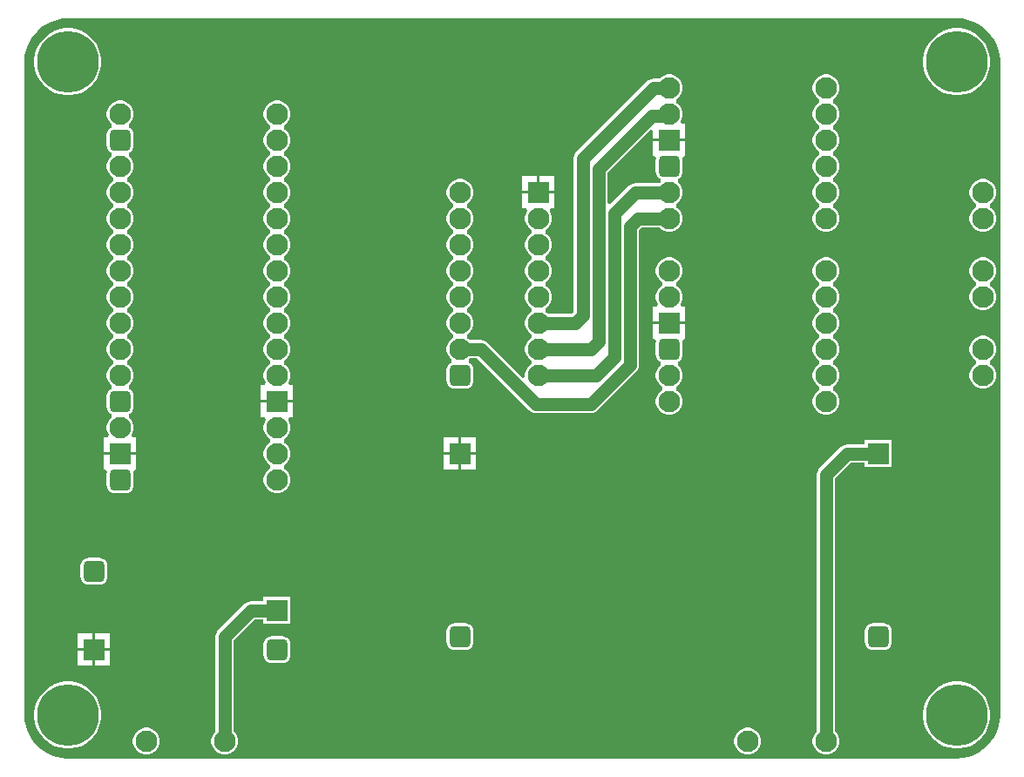
<source format=gbr>
G04*
G04 #@! TF.GenerationSoftware,Altium Limited,Altium Designer,25.3.3 (18)*
G04*
G04 Layer_Physical_Order=2*
G04 Layer_Color=16711680*
%FSLAX44Y44*%
%MOMM*%
G71*
G04*
G04 #@! TF.SameCoordinates,99CC6AD0-2A63-4927-AC08-F09ED2D19244*
G04*
G04*
G04 #@! TF.FilePolarity,Positive*
G04*
G01*
G75*
%ADD23C,1.2700*%
G04:AMPARAMS|DCode=24|XSize=2.1mm|YSize=2.1mm|CornerRadius=0.525mm|HoleSize=0mm|Usage=FLASHONLY|Rotation=180.000|XOffset=0mm|YOffset=0mm|HoleType=Round|Shape=RoundedRectangle|*
%AMROUNDEDRECTD24*
21,1,2.1000,1.0500,0,0,180.0*
21,1,1.0500,2.1000,0,0,180.0*
1,1,1.0500,-0.5250,0.5250*
1,1,1.0500,0.5250,0.5250*
1,1,1.0500,0.5250,-0.5250*
1,1,1.0500,-0.5250,-0.5250*
%
%ADD24ROUNDEDRECTD24*%
%ADD25R,2.1000X2.1000*%
%ADD26C,2.1000*%
%ADD27C,6.0000*%
%ADD28C,1.2700*%
G36*
X914400Y753386D02*
Y753386D01*
X916888Y753260D01*
X919911Y753062D01*
X925328Y751985D01*
X930558Y750209D01*
X935512Y747766D01*
X940104Y744698D01*
X944256Y741056D01*
X947898Y736904D01*
X950966Y732312D01*
X953409Y727358D01*
X955185Y722128D01*
X956262Y716711D01*
X956460Y713688D01*
X956586Y711200D01*
X956586Y708660D01*
X956586Y78740D01*
X956586Y76200D01*
X956460Y73712D01*
X956262Y70689D01*
X955185Y65272D01*
X953409Y60042D01*
X950966Y55088D01*
X947898Y50496D01*
X944256Y46344D01*
X940104Y42702D01*
X935512Y39634D01*
X930558Y37191D01*
X925328Y35415D01*
X919911Y34338D01*
X914588Y33989D01*
X914400Y34014D01*
X50800Y34014D01*
X50800Y34014D01*
Y34014D01*
X48312Y34140D01*
X45289Y34338D01*
X39872Y35415D01*
X34642Y37191D01*
X29688Y39633D01*
X25096Y42702D01*
X20944Y46343D01*
X17302Y50496D01*
X14233Y55088D01*
X11791Y60042D01*
X10015Y65272D01*
X8938Y70689D01*
X8740Y73712D01*
X8614Y76200D01*
X8614D01*
Y711200D01*
X8589Y711388D01*
X8938Y716711D01*
X10015Y722128D01*
X11791Y727358D01*
X14233Y732312D01*
X17302Y736904D01*
X20944Y741056D01*
X25096Y744698D01*
X29688Y747766D01*
X34642Y750209D01*
X39872Y751985D01*
X45289Y753062D01*
X48312Y753260D01*
X50800Y753386D01*
X53340Y753386D01*
X911860Y753386D01*
X914400Y753386D01*
D02*
G37*
%LPC*%
G36*
X916961Y743740D02*
X911839D01*
X906780Y742939D01*
X901909Y741356D01*
X897345Y739031D01*
X893202Y736020D01*
X889580Y732398D01*
X886569Y728255D01*
X884244Y723691D01*
X882661Y718820D01*
X881860Y713761D01*
Y708639D01*
X882661Y703580D01*
X884244Y698709D01*
X886569Y694145D01*
X889580Y690002D01*
X893202Y686380D01*
X897345Y683369D01*
X901909Y681044D01*
X906780Y679461D01*
X911839Y678660D01*
X916961D01*
X922020Y679461D01*
X926891Y681044D01*
X931455Y683369D01*
X935598Y686380D01*
X939220Y690002D01*
X942231Y694145D01*
X944556Y698709D01*
X946139Y703580D01*
X946940Y708639D01*
Y713761D01*
X946139Y718820D01*
X944556Y723691D01*
X942231Y728255D01*
X939220Y732398D01*
X935598Y736020D01*
X931455Y739031D01*
X926891Y741356D01*
X922020Y742939D01*
X916961Y743740D01*
D02*
G37*
G36*
X53361D02*
X48239D01*
X43180Y742939D01*
X38309Y741356D01*
X33745Y739031D01*
X29602Y736020D01*
X25980Y732398D01*
X22969Y728255D01*
X20644Y723691D01*
X19061Y718820D01*
X18260Y713761D01*
Y708639D01*
X19061Y703580D01*
X20644Y698709D01*
X22969Y694145D01*
X25980Y690002D01*
X29602Y686380D01*
X33745Y683369D01*
X38309Y681044D01*
X43180Y679461D01*
X48239Y678660D01*
X53361D01*
X58420Y679461D01*
X63291Y681044D01*
X67855Y683369D01*
X71998Y686380D01*
X75620Y690002D01*
X78631Y694145D01*
X80956Y698709D01*
X82539Y703580D01*
X83340Y708639D01*
Y713761D01*
X82539Y718820D01*
X80956Y723691D01*
X78631Y728255D01*
X75620Y732398D01*
X71998Y736020D01*
X67855Y739031D01*
X63291Y741356D01*
X58420Y742939D01*
X53361Y743740D01*
D02*
G37*
G36*
X636717Y698840D02*
X633283D01*
X629967Y697951D01*
X626993Y696235D01*
X625525Y694767D01*
X619580D01*
X617259Y694461D01*
X615096Y693565D01*
X613239Y692140D01*
X544840Y623741D01*
X543415Y621884D01*
X542519Y619721D01*
X542213Y617401D01*
Y468354D01*
X540026Y466167D01*
X517475D01*
X516007Y467635D01*
X514623Y468433D01*
Y471367D01*
X516007Y472165D01*
X518435Y474593D01*
X520151Y477567D01*
X521040Y480883D01*
Y484317D01*
X520151Y487633D01*
X518435Y490607D01*
X516007Y493035D01*
X514623Y493834D01*
Y496767D01*
X516007Y497565D01*
X518435Y499993D01*
X520151Y502967D01*
X521040Y506283D01*
Y509717D01*
X520151Y513033D01*
X518435Y516007D01*
X516007Y518435D01*
X514623Y519234D01*
Y522166D01*
X516007Y522965D01*
X518435Y525393D01*
X520151Y528367D01*
X521040Y531683D01*
Y535117D01*
X520151Y538433D01*
X518435Y541407D01*
X516007Y543835D01*
X514623Y544633D01*
Y547566D01*
X516007Y548365D01*
X518435Y550793D01*
X520151Y553767D01*
X521040Y557083D01*
Y560517D01*
X520151Y563833D01*
X518854Y566080D01*
X519926Y568620D01*
X523580D01*
Y582930D01*
X508000D01*
X492420D01*
Y568620D01*
X496074D01*
X497146Y566080D01*
X495849Y563833D01*
X494960Y560517D01*
Y557083D01*
X495849Y553767D01*
X497565Y550793D01*
X499993Y548365D01*
X501377Y547566D01*
Y544633D01*
X499993Y543835D01*
X497565Y541407D01*
X495849Y538433D01*
X494960Y535117D01*
Y531683D01*
X495849Y528367D01*
X497565Y525393D01*
X499993Y522965D01*
X501377Y522166D01*
Y519234D01*
X499993Y518435D01*
X497565Y516007D01*
X495849Y513033D01*
X494960Y509717D01*
Y506283D01*
X495849Y502967D01*
X497565Y499993D01*
X499993Y497565D01*
X501377Y496767D01*
Y493834D01*
X499993Y493035D01*
X497565Y490607D01*
X495849Y487633D01*
X494960Y484317D01*
Y480883D01*
X495849Y477567D01*
X497565Y474593D01*
X499993Y472165D01*
X501377Y471367D01*
Y468433D01*
X499993Y467635D01*
X497565Y465207D01*
X495849Y462233D01*
X494960Y458917D01*
Y455483D01*
X495849Y452167D01*
X497565Y449193D01*
X499993Y446765D01*
X501377Y445966D01*
Y443033D01*
X499993Y442235D01*
X497565Y439807D01*
X495849Y436833D01*
X494960Y433517D01*
Y430083D01*
X495849Y426767D01*
X497565Y423793D01*
X499993Y421365D01*
X501377Y420566D01*
Y417634D01*
X499993Y416835D01*
X497565Y414407D01*
X495849Y411433D01*
X494960Y408117D01*
Y405233D01*
X493586Y404348D01*
X492514Y404086D01*
X458460Y438140D01*
X456603Y439565D01*
X454441Y440461D01*
X452120Y440767D01*
X441275D01*
X439807Y442235D01*
X438423Y443033D01*
Y445966D01*
X439807Y446765D01*
X442235Y449193D01*
X443951Y452167D01*
X444840Y455483D01*
Y458917D01*
X443951Y462233D01*
X442235Y465207D01*
X439807Y467635D01*
X438423Y468433D01*
Y471367D01*
X439807Y472165D01*
X442235Y474593D01*
X443951Y477567D01*
X444840Y480883D01*
Y484317D01*
X443951Y487633D01*
X442235Y490607D01*
X439807Y493035D01*
X438423Y493834D01*
Y496767D01*
X439807Y497565D01*
X442235Y499993D01*
X443951Y502967D01*
X444840Y506283D01*
Y509717D01*
X443951Y513033D01*
X442235Y516007D01*
X439807Y518435D01*
X438423Y519234D01*
Y522166D01*
X439807Y522965D01*
X442235Y525393D01*
X443951Y528367D01*
X444840Y531683D01*
Y535117D01*
X443951Y538433D01*
X442235Y541407D01*
X439807Y543835D01*
X438423Y544633D01*
Y547566D01*
X439807Y548365D01*
X442235Y550793D01*
X443951Y553767D01*
X444840Y557083D01*
Y560517D01*
X443951Y563833D01*
X442235Y566807D01*
X439807Y569235D01*
X438423Y570033D01*
Y572966D01*
X439807Y573765D01*
X442235Y576193D01*
X443951Y579167D01*
X444840Y582483D01*
Y585917D01*
X443951Y589233D01*
X442235Y592207D01*
X439807Y594635D01*
X436833Y596351D01*
X433517Y597240D01*
X430083D01*
X426767Y596351D01*
X423793Y594635D01*
X421365Y592207D01*
X419649Y589233D01*
X418760Y585917D01*
Y582483D01*
X419649Y579167D01*
X421365Y576193D01*
X423793Y573765D01*
X425177Y572966D01*
Y570033D01*
X423793Y569235D01*
X421365Y566807D01*
X419649Y563833D01*
X418760Y560517D01*
Y557083D01*
X419649Y553767D01*
X421365Y550793D01*
X423793Y548365D01*
X425177Y547566D01*
Y544633D01*
X423793Y543835D01*
X421365Y541407D01*
X419649Y538433D01*
X418760Y535117D01*
Y531683D01*
X419649Y528367D01*
X421365Y525393D01*
X423793Y522965D01*
X425177Y522166D01*
Y519234D01*
X423793Y518435D01*
X421365Y516007D01*
X419649Y513033D01*
X418760Y509717D01*
Y506283D01*
X419649Y502967D01*
X421365Y499993D01*
X423793Y497565D01*
X425177Y496767D01*
Y493834D01*
X423793Y493035D01*
X421365Y490607D01*
X419649Y487633D01*
X418760Y484317D01*
Y480883D01*
X419649Y477567D01*
X421365Y474593D01*
X423793Y472165D01*
X425177Y471367D01*
Y468433D01*
X423793Y467635D01*
X421365Y465207D01*
X419649Y462233D01*
X418760Y458917D01*
Y455483D01*
X419649Y452167D01*
X421365Y449193D01*
X423793Y446765D01*
X425177Y445966D01*
Y443033D01*
X423793Y442235D01*
X421365Y439807D01*
X419649Y436833D01*
X418760Y433517D01*
Y430083D01*
X419649Y426767D01*
X421365Y423793D01*
X423573Y421586D01*
X423608Y420412D01*
X423281Y418728D01*
X422621Y418455D01*
X420994Y417206D01*
X419745Y415579D01*
X418960Y413684D01*
X418693Y411650D01*
Y401150D01*
X418960Y399116D01*
X419745Y397221D01*
X420994Y395594D01*
X422621Y394346D01*
X424516Y393560D01*
X426550Y393293D01*
X437050D01*
X439084Y393560D01*
X440979Y394346D01*
X442606Y395594D01*
X443854Y397221D01*
X444640Y399116D01*
X444907Y401150D01*
Y411650D01*
X444640Y413684D01*
X443854Y415579D01*
X442606Y417206D01*
X440979Y418455D01*
X440319Y418728D01*
X439992Y420412D01*
X440028Y421586D01*
X441275Y422833D01*
X448406D01*
X499119Y372120D01*
X499120Y372120D01*
X500977Y370695D01*
X503139Y369799D01*
X505460Y369493D01*
X558800D01*
X561121Y369799D01*
X563283Y370695D01*
X565140Y372120D01*
X603240Y410220D01*
X604665Y412077D01*
X605561Y414239D01*
X605867Y416560D01*
Y547646D01*
X608054Y549833D01*
X625525D01*
X626993Y548365D01*
X629967Y546649D01*
X633283Y545760D01*
X636717D01*
X640033Y546649D01*
X643007Y548365D01*
X645435Y550793D01*
X647151Y553767D01*
X648040Y557083D01*
Y560517D01*
X647151Y563833D01*
X645435Y566807D01*
X643007Y569235D01*
X641623Y570033D01*
Y572966D01*
X643007Y573765D01*
X645435Y576193D01*
X647151Y579167D01*
X648040Y582483D01*
Y585917D01*
X647151Y589233D01*
X645435Y592207D01*
X643227Y594414D01*
X643192Y595588D01*
X643519Y597272D01*
X644179Y597546D01*
X645806Y598794D01*
X647055Y600421D01*
X647840Y602316D01*
X648107Y604350D01*
Y614850D01*
X647840Y616884D01*
X649538Y619420D01*
X650580D01*
Y633730D01*
X619420D01*
Y619420D01*
X620462D01*
X622160Y616884D01*
X621893Y614850D01*
Y604350D01*
X622160Y602316D01*
X622946Y600421D01*
X624194Y598794D01*
X625821Y597546D01*
X626481Y597272D01*
X626808Y595588D01*
X626772Y594414D01*
X625525Y593167D01*
X601980D01*
X599659Y592861D01*
X597497Y591965D01*
X595640Y590540D01*
X577733Y572634D01*
X575387Y573606D01*
Y603346D01*
X617073Y645033D01*
X619420Y644061D01*
Y636270D01*
X650580D01*
Y650580D01*
X646926D01*
X645854Y653120D01*
X647151Y655367D01*
X648040Y658683D01*
Y662117D01*
X647151Y665433D01*
X645435Y668407D01*
X643007Y670835D01*
X641623Y671634D01*
Y674566D01*
X643007Y675365D01*
X645435Y677793D01*
X647151Y680767D01*
X648040Y684083D01*
Y687517D01*
X647151Y690833D01*
X645435Y693807D01*
X643007Y696235D01*
X640033Y697951D01*
X636717Y698840D01*
D02*
G37*
G36*
X523580Y599780D02*
X509270D01*
Y585470D01*
X523580D01*
Y599780D01*
D02*
G37*
G36*
X506730D02*
X492420D01*
Y585470D01*
X506730D01*
Y599780D01*
D02*
G37*
G36*
X941517Y597240D02*
X938083D01*
X934767Y596351D01*
X931793Y594635D01*
X929365Y592207D01*
X927649Y589233D01*
X926760Y585917D01*
Y582483D01*
X927649Y579167D01*
X929365Y576193D01*
X931793Y573765D01*
X933177Y572966D01*
Y570033D01*
X931793Y569235D01*
X929365Y566807D01*
X927649Y563833D01*
X926760Y560517D01*
Y557083D01*
X927649Y553767D01*
X929365Y550793D01*
X931793Y548365D01*
X934767Y546649D01*
X938083Y545760D01*
X941517D01*
X944833Y546649D01*
X947807Y548365D01*
X950235Y550793D01*
X951951Y553767D01*
X952840Y557083D01*
Y560517D01*
X951951Y563833D01*
X950235Y566807D01*
X947807Y569235D01*
X946423Y570033D01*
Y572966D01*
X947807Y573765D01*
X950235Y576193D01*
X951951Y579167D01*
X952840Y582483D01*
Y585917D01*
X951951Y589233D01*
X950235Y592207D01*
X947807Y594635D01*
X944833Y596351D01*
X941517Y597240D01*
D02*
G37*
G36*
X789117Y698840D02*
X785683D01*
X782367Y697951D01*
X779393Y696235D01*
X776965Y693807D01*
X775249Y690833D01*
X774360Y687517D01*
Y684083D01*
X775249Y680767D01*
X776965Y677793D01*
X779393Y675365D01*
X780777Y674566D01*
Y671634D01*
X779393Y670835D01*
X776965Y668407D01*
X775249Y665433D01*
X774360Y662117D01*
Y658683D01*
X775249Y655367D01*
X776965Y652393D01*
X779393Y649965D01*
X780777Y649166D01*
Y646234D01*
X779393Y645435D01*
X776965Y643007D01*
X775249Y640033D01*
X774360Y636717D01*
Y633283D01*
X775249Y629967D01*
X776965Y626993D01*
X779393Y624565D01*
X780777Y623767D01*
Y620834D01*
X779393Y620035D01*
X776965Y617607D01*
X775249Y614633D01*
X774360Y611317D01*
Y607883D01*
X775249Y604567D01*
X776965Y601593D01*
X779393Y599165D01*
X780777Y598367D01*
Y595434D01*
X779393Y594635D01*
X776965Y592207D01*
X775249Y589233D01*
X774360Y585917D01*
Y582483D01*
X775249Y579167D01*
X776965Y576193D01*
X779393Y573765D01*
X780777Y572966D01*
Y570033D01*
X779393Y569235D01*
X776965Y566807D01*
X775249Y563833D01*
X774360Y560517D01*
Y557083D01*
X775249Y553767D01*
X776965Y550793D01*
X779393Y548365D01*
X782367Y546649D01*
X785683Y545760D01*
X789117D01*
X792433Y546649D01*
X795407Y548365D01*
X797835Y550793D01*
X799551Y553767D01*
X800440Y557083D01*
Y560517D01*
X799551Y563833D01*
X797835Y566807D01*
X795407Y569235D01*
X794023Y570033D01*
Y572966D01*
X795407Y573765D01*
X797835Y576193D01*
X799551Y579167D01*
X800440Y582483D01*
Y585917D01*
X799551Y589233D01*
X797835Y592207D01*
X795407Y594635D01*
X794023Y595434D01*
Y598367D01*
X795407Y599165D01*
X797835Y601593D01*
X799551Y604567D01*
X800440Y607883D01*
Y611317D01*
X799551Y614633D01*
X797835Y617607D01*
X795407Y620035D01*
X794023Y620834D01*
Y623767D01*
X795407Y624565D01*
X797835Y626993D01*
X799551Y629967D01*
X800440Y633283D01*
Y636717D01*
X799551Y640033D01*
X797835Y643007D01*
X795407Y645435D01*
X794023Y646234D01*
Y649166D01*
X795407Y649965D01*
X797835Y652393D01*
X799551Y655367D01*
X800440Y658683D01*
Y662117D01*
X799551Y665433D01*
X797835Y668407D01*
X795407Y670835D01*
X794023Y671634D01*
Y674566D01*
X795407Y675365D01*
X797835Y677793D01*
X799551Y680767D01*
X800440Y684083D01*
Y687517D01*
X799551Y690833D01*
X797835Y693807D01*
X795407Y696235D01*
X792433Y697951D01*
X789117Y698840D01*
D02*
G37*
G36*
X941517Y521040D02*
X938083D01*
X934767Y520151D01*
X931793Y518435D01*
X929365Y516007D01*
X927649Y513033D01*
X926760Y509717D01*
Y506283D01*
X927649Y502967D01*
X929365Y499993D01*
X931793Y497565D01*
X933177Y496767D01*
Y493834D01*
X931793Y493035D01*
X929365Y490607D01*
X927649Y487633D01*
X926760Y484317D01*
Y480883D01*
X927649Y477567D01*
X929365Y474593D01*
X931793Y472165D01*
X934767Y470449D01*
X938083Y469560D01*
X941517D01*
X944833Y470449D01*
X947807Y472165D01*
X950235Y474593D01*
X951951Y477567D01*
X952840Y480883D01*
Y484317D01*
X951951Y487633D01*
X950235Y490607D01*
X947807Y493035D01*
X946423Y493834D01*
Y496767D01*
X947807Y497565D01*
X950235Y499993D01*
X951951Y502967D01*
X952840Y506283D01*
Y509717D01*
X951951Y513033D01*
X950235Y516007D01*
X947807Y518435D01*
X944833Y520151D01*
X941517Y521040D01*
D02*
G37*
G36*
X636717D02*
X633283D01*
X629967Y520151D01*
X626993Y518435D01*
X624565Y516007D01*
X622849Y513033D01*
X621960Y509717D01*
Y506283D01*
X622849Y502967D01*
X624565Y499993D01*
X626993Y497565D01*
X628377Y496767D01*
Y493834D01*
X626993Y493035D01*
X624565Y490607D01*
X622849Y487633D01*
X621960Y484317D01*
Y480883D01*
X622849Y477567D01*
X624146Y475320D01*
X623074Y472780D01*
X619420D01*
Y458470D01*
X650580D01*
Y472780D01*
X646926D01*
X645854Y475320D01*
X647151Y477567D01*
X648040Y480883D01*
Y484317D01*
X647151Y487633D01*
X645435Y490607D01*
X643007Y493035D01*
X641623Y493834D01*
Y496767D01*
X643007Y497565D01*
X645435Y499993D01*
X647151Y502967D01*
X648040Y506283D01*
Y509717D01*
X647151Y513033D01*
X645435Y516007D01*
X643007Y518435D01*
X640033Y520151D01*
X636717Y521040D01*
D02*
G37*
G36*
X941517Y444840D02*
X938083D01*
X934767Y443951D01*
X931793Y442235D01*
X929365Y439807D01*
X927649Y436833D01*
X926760Y433517D01*
Y430083D01*
X927649Y426767D01*
X929365Y423793D01*
X931793Y421365D01*
X933177Y420566D01*
Y417634D01*
X931793Y416835D01*
X929365Y414407D01*
X927649Y411433D01*
X926760Y408117D01*
Y404683D01*
X927649Y401367D01*
X929365Y398393D01*
X931793Y395965D01*
X934767Y394249D01*
X938083Y393360D01*
X941517D01*
X944833Y394249D01*
X947807Y395965D01*
X950235Y398393D01*
X951951Y401367D01*
X952840Y404683D01*
Y408117D01*
X951951Y411433D01*
X950235Y414407D01*
X947807Y416835D01*
X946423Y417634D01*
Y420566D01*
X947807Y421365D01*
X950235Y423793D01*
X951951Y426767D01*
X952840Y430083D01*
Y433517D01*
X951951Y436833D01*
X950235Y439807D01*
X947807Y442235D01*
X944833Y443951D01*
X941517Y444840D01*
D02*
G37*
G36*
X255717Y673440D02*
X252283D01*
X248967Y672551D01*
X245993Y670835D01*
X243565Y668407D01*
X241849Y665433D01*
X240960Y662117D01*
Y658683D01*
X241849Y655367D01*
X243565Y652393D01*
X245993Y649965D01*
X247377Y649166D01*
Y646234D01*
X245993Y645435D01*
X243565Y643007D01*
X241849Y640033D01*
X240960Y636717D01*
Y633283D01*
X241849Y629967D01*
X243565Y626993D01*
X245993Y624565D01*
X247377Y623767D01*
Y620834D01*
X245993Y620035D01*
X243565Y617607D01*
X241849Y614633D01*
X240960Y611317D01*
Y607883D01*
X241849Y604567D01*
X243565Y601593D01*
X245993Y599165D01*
X247377Y598367D01*
Y595434D01*
X245993Y594635D01*
X243565Y592207D01*
X241849Y589233D01*
X240960Y585917D01*
Y582483D01*
X241849Y579167D01*
X243565Y576193D01*
X245993Y573765D01*
X247377Y572966D01*
Y570033D01*
X245993Y569235D01*
X243565Y566807D01*
X241849Y563833D01*
X240960Y560517D01*
Y557083D01*
X241849Y553767D01*
X243565Y550793D01*
X245993Y548365D01*
X247377Y547566D01*
Y544633D01*
X245993Y543835D01*
X243565Y541407D01*
X241849Y538433D01*
X240960Y535117D01*
Y531683D01*
X241849Y528367D01*
X243565Y525393D01*
X245993Y522965D01*
X247377Y522166D01*
Y519234D01*
X245993Y518435D01*
X243565Y516007D01*
X241849Y513033D01*
X240960Y509717D01*
Y506283D01*
X241849Y502967D01*
X243565Y499993D01*
X245993Y497565D01*
X247377Y496767D01*
Y493834D01*
X245993Y493035D01*
X243565Y490607D01*
X241849Y487633D01*
X240960Y484317D01*
Y480883D01*
X241849Y477567D01*
X243565Y474593D01*
X245993Y472165D01*
X247377Y471367D01*
Y468433D01*
X245993Y467635D01*
X243565Y465207D01*
X241849Y462233D01*
X240960Y458917D01*
Y455483D01*
X241849Y452167D01*
X243565Y449193D01*
X245993Y446765D01*
X247377Y445966D01*
Y443033D01*
X245993Y442235D01*
X243565Y439807D01*
X241849Y436833D01*
X240960Y433517D01*
Y430083D01*
X241849Y426767D01*
X243565Y423793D01*
X245993Y421365D01*
X247377Y420566D01*
Y417634D01*
X245993Y416835D01*
X243565Y414407D01*
X241849Y411433D01*
X240960Y408117D01*
Y404683D01*
X241849Y401367D01*
X243146Y399120D01*
X242074Y396580D01*
X238420D01*
Y382270D01*
X269580D01*
Y396580D01*
X265926D01*
X264854Y399120D01*
X266151Y401367D01*
X267040Y404683D01*
Y408117D01*
X266151Y411433D01*
X264435Y414407D01*
X262007Y416835D01*
X260623Y417634D01*
Y420566D01*
X262007Y421365D01*
X264435Y423793D01*
X266151Y426767D01*
X267040Y430083D01*
Y433517D01*
X266151Y436833D01*
X264435Y439807D01*
X262007Y442235D01*
X260623Y443033D01*
Y445966D01*
X262007Y446765D01*
X264435Y449193D01*
X266151Y452167D01*
X267040Y455483D01*
Y458917D01*
X266151Y462233D01*
X264435Y465207D01*
X262007Y467635D01*
X260623Y468433D01*
Y471367D01*
X262007Y472165D01*
X264435Y474593D01*
X266151Y477567D01*
X267040Y480883D01*
Y484317D01*
X266151Y487633D01*
X264435Y490607D01*
X262007Y493035D01*
X260623Y493834D01*
Y496767D01*
X262007Y497565D01*
X264435Y499993D01*
X266151Y502967D01*
X267040Y506283D01*
Y509717D01*
X266151Y513033D01*
X264435Y516007D01*
X262007Y518435D01*
X260623Y519234D01*
Y522166D01*
X262007Y522965D01*
X264435Y525393D01*
X266151Y528367D01*
X267040Y531683D01*
Y535117D01*
X266151Y538433D01*
X264435Y541407D01*
X262007Y543835D01*
X260623Y544633D01*
Y547566D01*
X262007Y548365D01*
X264435Y550793D01*
X266151Y553767D01*
X267040Y557083D01*
Y560517D01*
X266151Y563833D01*
X264435Y566807D01*
X262007Y569235D01*
X260623Y570033D01*
Y572966D01*
X262007Y573765D01*
X264435Y576193D01*
X266151Y579167D01*
X267040Y582483D01*
Y585917D01*
X266151Y589233D01*
X264435Y592207D01*
X262007Y594635D01*
X260623Y595434D01*
Y598367D01*
X262007Y599165D01*
X264435Y601593D01*
X266151Y604567D01*
X267040Y607883D01*
Y611317D01*
X266151Y614633D01*
X264435Y617607D01*
X262007Y620035D01*
X260623Y620834D01*
Y623767D01*
X262007Y624565D01*
X264435Y626993D01*
X266151Y629967D01*
X267040Y633283D01*
Y636717D01*
X266151Y640033D01*
X264435Y643007D01*
X262007Y645435D01*
X260623Y646234D01*
Y649166D01*
X262007Y649965D01*
X264435Y652393D01*
X266151Y655367D01*
X267040Y658683D01*
Y662117D01*
X266151Y665433D01*
X264435Y668407D01*
X262007Y670835D01*
X259033Y672551D01*
X255717Y673440D01*
D02*
G37*
G36*
X789117Y521040D02*
X785683D01*
X782367Y520151D01*
X779393Y518435D01*
X776965Y516007D01*
X775249Y513033D01*
X774360Y509717D01*
Y506283D01*
X775249Y502967D01*
X776965Y499993D01*
X779393Y497565D01*
X780777Y496767D01*
Y493834D01*
X779393Y493035D01*
X776965Y490607D01*
X775249Y487633D01*
X774360Y484317D01*
Y480883D01*
X775249Y477567D01*
X776965Y474593D01*
X779393Y472165D01*
X780777Y471367D01*
Y468433D01*
X779393Y467635D01*
X776965Y465207D01*
X775249Y462233D01*
X774360Y458917D01*
Y455483D01*
X775249Y452167D01*
X776965Y449193D01*
X779393Y446765D01*
X780777Y445966D01*
Y443033D01*
X779393Y442235D01*
X776965Y439807D01*
X775249Y436833D01*
X774360Y433517D01*
Y430083D01*
X775249Y426767D01*
X776965Y423793D01*
X779393Y421365D01*
X780777Y420566D01*
Y417634D01*
X779393Y416835D01*
X776965Y414407D01*
X775249Y411433D01*
X774360Y408117D01*
Y404683D01*
X775249Y401367D01*
X776965Y398393D01*
X779393Y395965D01*
X780777Y395167D01*
Y392234D01*
X779393Y391435D01*
X776965Y389007D01*
X775249Y386033D01*
X774360Y382717D01*
Y379283D01*
X775249Y375967D01*
X776965Y372993D01*
X779393Y370565D01*
X782367Y368849D01*
X785683Y367960D01*
X789117D01*
X792433Y368849D01*
X795407Y370565D01*
X797835Y372993D01*
X799551Y375967D01*
X800440Y379283D01*
Y382717D01*
X799551Y386033D01*
X797835Y389007D01*
X795407Y391435D01*
X794023Y392234D01*
Y395167D01*
X795407Y395965D01*
X797835Y398393D01*
X799551Y401367D01*
X800440Y404683D01*
Y408117D01*
X799551Y411433D01*
X797835Y414407D01*
X795407Y416835D01*
X794023Y417634D01*
Y420566D01*
X795407Y421365D01*
X797835Y423793D01*
X799551Y426767D01*
X800440Y430083D01*
Y433517D01*
X799551Y436833D01*
X797835Y439807D01*
X795407Y442235D01*
X794023Y443033D01*
Y445966D01*
X795407Y446765D01*
X797835Y449193D01*
X799551Y452167D01*
X800440Y455483D01*
Y458917D01*
X799551Y462233D01*
X797835Y465207D01*
X795407Y467635D01*
X794023Y468433D01*
Y471367D01*
X795407Y472165D01*
X797835Y474593D01*
X799551Y477567D01*
X800440Y480883D01*
Y484317D01*
X799551Y487633D01*
X797835Y490607D01*
X795407Y493035D01*
X794023Y493834D01*
Y496767D01*
X795407Y497565D01*
X797835Y499993D01*
X799551Y502967D01*
X800440Y506283D01*
Y509717D01*
X799551Y513033D01*
X797835Y516007D01*
X795407Y518435D01*
X792433Y520151D01*
X789117Y521040D01*
D02*
G37*
G36*
X650580Y455930D02*
X619420D01*
Y441620D01*
X620462D01*
X622160Y439084D01*
X621893Y437050D01*
Y426550D01*
X622160Y424516D01*
X622946Y422621D01*
X624194Y420994D01*
X625821Y419745D01*
X626481Y419472D01*
X626808Y417788D01*
X626772Y416614D01*
X624565Y414407D01*
X622849Y411433D01*
X621960Y408117D01*
Y404683D01*
X622849Y401367D01*
X624565Y398393D01*
X626993Y395965D01*
X628377Y395167D01*
Y392234D01*
X626993Y391435D01*
X624565Y389007D01*
X622849Y386033D01*
X621960Y382717D01*
Y379283D01*
X622849Y375967D01*
X624565Y372993D01*
X626993Y370565D01*
X629967Y368849D01*
X633283Y367960D01*
X636717D01*
X640033Y368849D01*
X643007Y370565D01*
X645435Y372993D01*
X647151Y375967D01*
X648040Y379283D01*
Y382717D01*
X647151Y386033D01*
X645435Y389007D01*
X643007Y391435D01*
X641623Y392234D01*
Y395167D01*
X643007Y395965D01*
X645435Y398393D01*
X647151Y401367D01*
X648040Y404683D01*
Y408117D01*
X647151Y411433D01*
X645435Y414407D01*
X643227Y416614D01*
X643192Y417788D01*
X643519Y419472D01*
X644179Y419745D01*
X645806Y420994D01*
X647055Y422621D01*
X647840Y424516D01*
X648107Y426550D01*
Y437050D01*
X647840Y439084D01*
X649538Y441620D01*
X650580D01*
Y455930D01*
D02*
G37*
G36*
X447380Y345780D02*
X433070D01*
Y331470D01*
X447380D01*
Y345780D01*
D02*
G37*
G36*
X103317Y673440D02*
X99883D01*
X96567Y672551D01*
X93593Y670835D01*
X91165Y668407D01*
X89449Y665433D01*
X88560Y662117D01*
Y658683D01*
X89449Y655367D01*
X91165Y652393D01*
X93372Y650186D01*
X93408Y649012D01*
X93081Y647328D01*
X92421Y647055D01*
X90794Y645806D01*
X89545Y644179D01*
X88760Y642284D01*
X88493Y640250D01*
Y629750D01*
X88760Y627716D01*
X89545Y625821D01*
X90794Y624194D01*
X92421Y622946D01*
X93081Y622672D01*
X93408Y620988D01*
X93372Y619814D01*
X91165Y617607D01*
X89449Y614633D01*
X88560Y611317D01*
Y607883D01*
X89449Y604567D01*
X91165Y601593D01*
X93593Y599165D01*
X94977Y598367D01*
Y595434D01*
X93593Y594635D01*
X91165Y592207D01*
X89449Y589233D01*
X88560Y585917D01*
Y582483D01*
X89449Y579167D01*
X91165Y576193D01*
X93593Y573765D01*
X94977Y572966D01*
Y570033D01*
X93593Y569235D01*
X91165Y566807D01*
X89449Y563833D01*
X88560Y560517D01*
Y557083D01*
X89449Y553767D01*
X91165Y550793D01*
X93593Y548365D01*
X94977Y547566D01*
Y544633D01*
X93593Y543835D01*
X91165Y541407D01*
X89449Y538433D01*
X88560Y535117D01*
Y531683D01*
X89449Y528367D01*
X91165Y525393D01*
X93593Y522965D01*
X94977Y522166D01*
Y519234D01*
X93593Y518435D01*
X91165Y516007D01*
X89449Y513033D01*
X88560Y509717D01*
Y506283D01*
X89449Y502967D01*
X91165Y499993D01*
X93593Y497565D01*
X94977Y496767D01*
Y493834D01*
X93593Y493035D01*
X91165Y490607D01*
X89449Y487633D01*
X88560Y484317D01*
Y480883D01*
X89449Y477567D01*
X91165Y474593D01*
X93593Y472165D01*
X94977Y471367D01*
Y468433D01*
X93593Y467635D01*
X91165Y465207D01*
X89449Y462233D01*
X88560Y458917D01*
Y455483D01*
X89449Y452167D01*
X91165Y449193D01*
X93593Y446765D01*
X94977Y445966D01*
Y443033D01*
X93593Y442235D01*
X91165Y439807D01*
X89449Y436833D01*
X88560Y433517D01*
Y430083D01*
X89449Y426767D01*
X91165Y423793D01*
X93593Y421365D01*
X94977Y420566D01*
Y417634D01*
X93593Y416835D01*
X91165Y414407D01*
X89449Y411433D01*
X88560Y408117D01*
Y404683D01*
X89449Y401367D01*
X91165Y398393D01*
X93372Y396186D01*
X93408Y395012D01*
X93081Y393328D01*
X92421Y393055D01*
X90794Y391806D01*
X89545Y390179D01*
X88760Y388284D01*
X88493Y386250D01*
Y375750D01*
X88760Y373716D01*
X89545Y371821D01*
X90794Y370194D01*
X92421Y368946D01*
X93081Y368672D01*
X93408Y366988D01*
X93372Y365814D01*
X91165Y363607D01*
X89449Y360633D01*
X88560Y357317D01*
Y353883D01*
X89449Y350567D01*
X90746Y348320D01*
X89674Y345780D01*
X86020D01*
Y331470D01*
X117180D01*
Y345780D01*
X113526D01*
X112454Y348320D01*
X113751Y350567D01*
X114640Y353883D01*
Y357317D01*
X113751Y360633D01*
X112035Y363607D01*
X109827Y365814D01*
X109792Y366988D01*
X110119Y368672D01*
X110779Y368946D01*
X112406Y370194D01*
X113654Y371821D01*
X114439Y373716D01*
X114707Y375750D01*
Y386250D01*
X114439Y388284D01*
X113654Y390179D01*
X112406Y391806D01*
X110779Y393055D01*
X110119Y393328D01*
X109792Y395012D01*
X109827Y396186D01*
X112035Y398393D01*
X113751Y401367D01*
X114640Y404683D01*
Y408117D01*
X113751Y411433D01*
X112035Y414407D01*
X109607Y416835D01*
X108223Y417634D01*
Y420566D01*
X109607Y421365D01*
X112035Y423793D01*
X113751Y426767D01*
X114640Y430083D01*
Y433517D01*
X113751Y436833D01*
X112035Y439807D01*
X109607Y442235D01*
X108223Y443033D01*
Y445966D01*
X109607Y446765D01*
X112035Y449193D01*
X113751Y452167D01*
X114640Y455483D01*
Y458917D01*
X113751Y462233D01*
X112035Y465207D01*
X109607Y467635D01*
X108223Y468433D01*
Y471367D01*
X109607Y472165D01*
X112035Y474593D01*
X113751Y477567D01*
X114640Y480883D01*
Y484317D01*
X113751Y487633D01*
X112035Y490607D01*
X109607Y493035D01*
X108223Y493834D01*
Y496767D01*
X109607Y497565D01*
X112035Y499993D01*
X113751Y502967D01*
X114640Y506283D01*
Y509717D01*
X113751Y513033D01*
X112035Y516007D01*
X109607Y518435D01*
X108223Y519234D01*
Y522166D01*
X109607Y522965D01*
X112035Y525393D01*
X113751Y528367D01*
X114640Y531683D01*
Y535117D01*
X113751Y538433D01*
X112035Y541407D01*
X109607Y543835D01*
X108223Y544633D01*
Y547566D01*
X109607Y548365D01*
X112035Y550793D01*
X113751Y553767D01*
X114640Y557083D01*
Y560517D01*
X113751Y563833D01*
X112035Y566807D01*
X109607Y569235D01*
X108223Y570033D01*
Y572966D01*
X109607Y573765D01*
X112035Y576193D01*
X113751Y579167D01*
X114640Y582483D01*
Y585917D01*
X113751Y589233D01*
X112035Y592207D01*
X109607Y594635D01*
X108223Y595434D01*
Y598367D01*
X109607Y599165D01*
X112035Y601593D01*
X113751Y604567D01*
X114640Y607883D01*
Y611317D01*
X113751Y614633D01*
X112035Y617607D01*
X109827Y619814D01*
X109792Y620988D01*
X110119Y622672D01*
X110779Y622946D01*
X112406Y624194D01*
X113654Y625821D01*
X114439Y627716D01*
X114707Y629750D01*
Y640250D01*
X114439Y642284D01*
X113654Y644179D01*
X112406Y645806D01*
X110779Y647055D01*
X110119Y647328D01*
X109792Y649012D01*
X109827Y650186D01*
X112035Y652393D01*
X113751Y655367D01*
X114640Y658683D01*
Y662117D01*
X113751Y665433D01*
X112035Y668407D01*
X109607Y670835D01*
X106633Y672551D01*
X103317Y673440D01*
D02*
G37*
G36*
X430530Y345780D02*
X416220D01*
Y331470D01*
X430530D01*
Y345780D01*
D02*
G37*
G36*
X851240Y343240D02*
X825160D01*
Y339167D01*
X807720D01*
X805399Y338861D01*
X803237Y337965D01*
X801380Y336540D01*
X781060Y316220D01*
X779635Y314363D01*
X778739Y312201D01*
X778433Y309880D01*
Y60275D01*
X776965Y58807D01*
X775249Y55833D01*
X774360Y52517D01*
Y49083D01*
X775249Y45767D01*
X776965Y42793D01*
X779393Y40365D01*
X782367Y38649D01*
X785683Y37760D01*
X789117D01*
X792433Y38649D01*
X795407Y40365D01*
X797835Y42793D01*
X799551Y45767D01*
X800440Y49083D01*
Y52517D01*
X799551Y55833D01*
X797835Y58807D01*
X796367Y60275D01*
Y306166D01*
X811434Y321233D01*
X825160D01*
Y317160D01*
X851240D01*
Y343240D01*
D02*
G37*
G36*
X447380Y328930D02*
X433070D01*
Y314620D01*
X447380D01*
Y328930D01*
D02*
G37*
G36*
X430530D02*
X416220D01*
Y314620D01*
X430530D01*
Y328930D01*
D02*
G37*
G36*
X269580Y379730D02*
X238420D01*
Y365420D01*
X242074D01*
X243146Y362880D01*
X241849Y360633D01*
X240960Y357317D01*
Y353883D01*
X241849Y350567D01*
X243565Y347593D01*
X245993Y345165D01*
X247377Y344366D01*
Y341433D01*
X245993Y340635D01*
X243565Y338207D01*
X241849Y335233D01*
X240960Y331917D01*
Y328483D01*
X241849Y325167D01*
X243565Y322193D01*
X245993Y319765D01*
X247377Y318967D01*
Y316033D01*
X245993Y315235D01*
X243565Y312807D01*
X241849Y309833D01*
X240960Y306517D01*
Y303083D01*
X241849Y299767D01*
X243565Y296793D01*
X245993Y294365D01*
X248967Y292649D01*
X252283Y291760D01*
X255717D01*
X259033Y292649D01*
X262007Y294365D01*
X264435Y296793D01*
X266151Y299767D01*
X267040Y303083D01*
Y306517D01*
X266151Y309833D01*
X264435Y312807D01*
X262007Y315235D01*
X260623Y316033D01*
Y318967D01*
X262007Y319765D01*
X264435Y322193D01*
X266151Y325167D01*
X267040Y328483D01*
Y331917D01*
X266151Y335233D01*
X264435Y338207D01*
X262007Y340635D01*
X260623Y341433D01*
Y344366D01*
X262007Y345165D01*
X264435Y347593D01*
X266151Y350567D01*
X267040Y353883D01*
Y357317D01*
X266151Y360633D01*
X264854Y362880D01*
X265926Y365420D01*
X269580D01*
Y379730D01*
D02*
G37*
G36*
X117180Y328930D02*
X86020D01*
Y314620D01*
X87062D01*
X88760Y312084D01*
X88493Y310050D01*
Y299550D01*
X88760Y297516D01*
X89545Y295621D01*
X90794Y293994D01*
X92421Y292745D01*
X94316Y291961D01*
X96350Y291693D01*
X106850D01*
X108884Y291961D01*
X110779Y292745D01*
X112406Y293994D01*
X113654Y295621D01*
X114439Y297516D01*
X114707Y299550D01*
Y310050D01*
X114439Y312084D01*
X116138Y314620D01*
X117180D01*
Y328930D01*
D02*
G37*
G36*
X81450Y229007D02*
X70950D01*
X68916Y228739D01*
X67021Y227955D01*
X65394Y226706D01*
X64145Y225079D01*
X63361Y223184D01*
X63093Y221150D01*
Y210650D01*
X63361Y208616D01*
X64145Y206721D01*
X65394Y205094D01*
X67021Y203846D01*
X68916Y203060D01*
X70950Y202793D01*
X81450D01*
X83484Y203060D01*
X85379Y203846D01*
X87006Y205094D01*
X88254Y206721D01*
X89039Y208616D01*
X89307Y210650D01*
Y221150D01*
X89039Y223184D01*
X88254Y225079D01*
X87006Y226706D01*
X85379Y227955D01*
X83484Y228739D01*
X81450Y229007D01*
D02*
G37*
G36*
X267040Y190840D02*
X240960D01*
Y186767D01*
X228600D01*
X228600Y186767D01*
X226279Y186461D01*
X224117Y185565D01*
X222260Y184140D01*
X196860Y158740D01*
X195435Y156883D01*
X194539Y154721D01*
X194233Y152400D01*
Y60275D01*
X192765Y58807D01*
X191049Y55833D01*
X190160Y52517D01*
Y49083D01*
X191049Y45767D01*
X192765Y42793D01*
X195193Y40365D01*
X198167Y38649D01*
X201483Y37760D01*
X204917D01*
X208233Y38649D01*
X211207Y40365D01*
X213635Y42793D01*
X215351Y45767D01*
X216240Y49083D01*
Y52517D01*
X215351Y55833D01*
X213635Y58807D01*
X212167Y60275D01*
Y148686D01*
X232314Y168833D01*
X240960D01*
Y164760D01*
X267040D01*
Y190840D01*
D02*
G37*
G36*
X91780Y155280D02*
X77470D01*
Y140970D01*
X91780D01*
Y155280D01*
D02*
G37*
G36*
X74930D02*
X60620D01*
Y140970D01*
X74930D01*
Y155280D01*
D02*
G37*
G36*
X843450Y165507D02*
X832950D01*
X830916Y165240D01*
X829021Y164454D01*
X827394Y163206D01*
X826145Y161579D01*
X825360Y159684D01*
X825093Y157650D01*
Y147150D01*
X825360Y145116D01*
X826145Y143221D01*
X827394Y141594D01*
X829021Y140345D01*
X830916Y139560D01*
X832950Y139293D01*
X843450D01*
X845484Y139560D01*
X847379Y140345D01*
X849006Y141594D01*
X850255Y143221D01*
X851040Y145116D01*
X851307Y147150D01*
Y157650D01*
X851040Y159684D01*
X850255Y161579D01*
X849006Y163206D01*
X847379Y164454D01*
X845484Y165240D01*
X843450Y165507D01*
D02*
G37*
G36*
X437050D02*
X426550D01*
X424516Y165240D01*
X422621Y164454D01*
X420994Y163206D01*
X419745Y161579D01*
X418960Y159684D01*
X418693Y157650D01*
Y147150D01*
X418960Y145116D01*
X419745Y143221D01*
X420994Y141594D01*
X422621Y140345D01*
X424516Y139560D01*
X426550Y139293D01*
X437050D01*
X439084Y139560D01*
X440979Y140345D01*
X442606Y141594D01*
X443854Y143221D01*
X444640Y145116D01*
X444907Y147150D01*
Y157650D01*
X444640Y159684D01*
X443854Y161579D01*
X442606Y163206D01*
X440979Y164454D01*
X439084Y165240D01*
X437050Y165507D01*
D02*
G37*
G36*
X259250Y152807D02*
X248750D01*
X246716Y152540D01*
X244821Y151755D01*
X243194Y150506D01*
X241945Y148879D01*
X241161Y146984D01*
X240893Y144950D01*
Y134450D01*
X241161Y132416D01*
X241945Y130521D01*
X243194Y128894D01*
X244821Y127646D01*
X246716Y126861D01*
X248750Y126593D01*
X259250D01*
X261284Y126861D01*
X263179Y127646D01*
X264806Y128894D01*
X266054Y130521D01*
X266840Y132416D01*
X267107Y134450D01*
Y144950D01*
X266840Y146984D01*
X266054Y148879D01*
X264806Y150506D01*
X263179Y151755D01*
X261284Y152540D01*
X259250Y152807D01*
D02*
G37*
G36*
X91780Y138430D02*
X77470D01*
Y124120D01*
X91780D01*
Y138430D01*
D02*
G37*
G36*
X74930D02*
X60620D01*
Y124120D01*
X74930D01*
Y138430D01*
D02*
G37*
G36*
X916961Y108740D02*
X911839D01*
X906780Y107939D01*
X901909Y106356D01*
X897345Y104031D01*
X893202Y101020D01*
X889580Y97398D01*
X886569Y93255D01*
X884244Y88691D01*
X882661Y83820D01*
X881860Y78761D01*
Y73639D01*
X882661Y68580D01*
X884244Y63709D01*
X886569Y59145D01*
X889580Y55002D01*
X893202Y51380D01*
X897345Y48369D01*
X901909Y46044D01*
X906780Y44461D01*
X911839Y43660D01*
X916961D01*
X922020Y44461D01*
X926891Y46044D01*
X931455Y48369D01*
X935598Y51380D01*
X939220Y55002D01*
X942231Y59145D01*
X944556Y63709D01*
X946139Y68580D01*
X946940Y73639D01*
Y78761D01*
X946139Y83820D01*
X944556Y88691D01*
X942231Y93255D01*
X939220Y97398D01*
X935598Y101020D01*
X931455Y104031D01*
X926891Y106356D01*
X922020Y107939D01*
X916961Y108740D01*
D02*
G37*
G36*
X53361D02*
X48239D01*
X43180Y107939D01*
X38309Y106356D01*
X33745Y104031D01*
X29602Y101020D01*
X25980Y97398D01*
X22969Y93255D01*
X20644Y88691D01*
X19061Y83820D01*
X18260Y78761D01*
Y73639D01*
X19061Y68580D01*
X20644Y63709D01*
X22969Y59145D01*
X25980Y55002D01*
X29602Y51380D01*
X33745Y48369D01*
X38309Y46044D01*
X43180Y44461D01*
X48239Y43660D01*
X53361D01*
X58420Y44461D01*
X63291Y46044D01*
X67855Y48369D01*
X71998Y51380D01*
X75620Y55002D01*
X78631Y59145D01*
X80956Y63709D01*
X82539Y68580D01*
X83340Y73639D01*
Y78761D01*
X82539Y83820D01*
X80956Y88691D01*
X78631Y93255D01*
X75620Y97398D01*
X71998Y101020D01*
X67855Y104031D01*
X63291Y106356D01*
X58420Y107939D01*
X53361Y108740D01*
D02*
G37*
G36*
X712917Y63840D02*
X709483D01*
X706167Y62951D01*
X703193Y61235D01*
X700765Y58807D01*
X699049Y55833D01*
X698160Y52517D01*
Y49083D01*
X699049Y45767D01*
X700765Y42793D01*
X703193Y40365D01*
X706167Y38649D01*
X709483Y37760D01*
X712917D01*
X716233Y38649D01*
X719207Y40365D01*
X721635Y42793D01*
X723351Y45767D01*
X724240Y49083D01*
Y52517D01*
X723351Y55833D01*
X721635Y58807D01*
X719207Y61235D01*
X716233Y62951D01*
X712917Y63840D01*
D02*
G37*
G36*
X128717D02*
X125283D01*
X121967Y62951D01*
X118993Y61235D01*
X116565Y58807D01*
X114849Y55833D01*
X113960Y52517D01*
Y49083D01*
X114849Y45767D01*
X116565Y42793D01*
X118993Y40365D01*
X121967Y38649D01*
X125283Y37760D01*
X128717D01*
X132033Y38649D01*
X135007Y40365D01*
X137435Y42793D01*
X139151Y45767D01*
X140040Y49083D01*
Y52517D01*
X139151Y55833D01*
X137435Y58807D01*
X135007Y61235D01*
X132033Y62951D01*
X128717Y63840D01*
D02*
G37*
%LPD*%
D23*
X807720Y330200D02*
X838200D01*
X787400Y309880D02*
X807720Y330200D01*
X787400Y50800D02*
Y309880D01*
X228600Y177800D02*
X254000D01*
X203200Y152400D02*
X228600Y177800D01*
X203200Y50800D02*
Y152400D01*
X505460Y378460D02*
X558800D01*
X431800Y431800D02*
X452120D01*
X505460Y378460D01*
X558800D02*
X596900Y416560D01*
Y551361D01*
X508000Y406400D02*
X563880D01*
X581660Y424180D02*
Y563880D01*
X563880Y406400D02*
X581660Y424180D01*
X551180Y464640D02*
Y617401D01*
X619580Y685800D01*
X508000Y457200D02*
X543741D01*
X551180Y464640D01*
X558980Y431800D02*
X566420Y439240D01*
Y607060D02*
X618172Y658812D01*
X508000Y431800D02*
X558980D01*
X566420Y439240D02*
Y607060D01*
X618172Y658812D02*
X633412D01*
X635000Y660400D01*
X601980Y584200D02*
X635000D01*
X581660Y563880D02*
X601980Y584200D01*
X604339Y558800D02*
X635000D01*
X596900Y551361D02*
X604339Y558800D01*
X619580Y685800D02*
X635000D01*
D24*
X431800Y152400D02*
D03*
X838200D02*
D03*
X254000Y139700D02*
D03*
X76200Y215900D02*
D03*
X101600Y635000D02*
D03*
Y381000D02*
D03*
Y304800D02*
D03*
X431800Y406400D02*
D03*
X635000Y431800D02*
D03*
Y609600D02*
D03*
D25*
X431800Y330200D02*
D03*
X838200D02*
D03*
X254000Y177800D02*
D03*
X76200Y139700D02*
D03*
X254000Y381000D02*
D03*
X101600Y330200D02*
D03*
X508000Y584200D02*
D03*
X635000Y457200D02*
D03*
Y635000D02*
D03*
D26*
X254000Y660400D02*
D03*
Y635000D02*
D03*
Y609600D02*
D03*
Y584200D02*
D03*
Y558800D02*
D03*
Y533400D02*
D03*
Y508000D02*
D03*
Y482600D02*
D03*
Y457200D02*
D03*
Y431800D02*
D03*
Y406400D02*
D03*
Y355600D02*
D03*
Y330200D02*
D03*
Y304800D02*
D03*
X101600Y660400D02*
D03*
Y609600D02*
D03*
Y584200D02*
D03*
Y558800D02*
D03*
Y533400D02*
D03*
Y508000D02*
D03*
Y482600D02*
D03*
Y457200D02*
D03*
Y431800D02*
D03*
Y406400D02*
D03*
Y355600D02*
D03*
X508000Y558800D02*
D03*
Y533400D02*
D03*
Y508000D02*
D03*
Y482600D02*
D03*
Y457200D02*
D03*
Y431800D02*
D03*
Y406400D02*
D03*
X431800Y584200D02*
D03*
Y558800D02*
D03*
Y533400D02*
D03*
Y508000D02*
D03*
Y482600D02*
D03*
Y457200D02*
D03*
Y431800D02*
D03*
X787400Y508000D02*
D03*
Y482600D02*
D03*
Y457200D02*
D03*
Y431800D02*
D03*
Y406400D02*
D03*
Y381000D02*
D03*
X635000Y508000D02*
D03*
Y482600D02*
D03*
Y406400D02*
D03*
Y381000D02*
D03*
X787400Y685800D02*
D03*
Y660400D02*
D03*
Y635000D02*
D03*
Y609600D02*
D03*
Y584200D02*
D03*
Y558800D02*
D03*
X635000Y685800D02*
D03*
Y660400D02*
D03*
Y584200D02*
D03*
Y558800D02*
D03*
X203200Y50800D02*
D03*
X127000D02*
D03*
X939800Y406400D02*
D03*
Y431800D02*
D03*
X787400Y50800D02*
D03*
X711200D02*
D03*
X939800Y482600D02*
D03*
Y508000D02*
D03*
Y558800D02*
D03*
Y584200D02*
D03*
D27*
X914400Y76200D02*
D03*
Y711200D02*
D03*
X50800D02*
D03*
Y76200D02*
D03*
D28*
X812800Y508000D02*
D03*
Y304800D02*
D03*
X863600Y203200D02*
D03*
X812800Y101600D02*
D03*
X762000Y609600D02*
D03*
X711200Y508000D02*
D03*
X762000Y406400D02*
D03*
X711200Y304800D02*
D03*
X762000Y203200D02*
D03*
X660400Y406400D02*
D03*
X609600Y304800D02*
D03*
X660400Y203200D02*
D03*
X609600Y101600D02*
D03*
X508000Y304800D02*
D03*
Y101600D02*
D03*
X406400Y508000D02*
D03*
Y304800D02*
D03*
X457200Y203200D02*
D03*
X406400Y101600D02*
D03*
X355600Y609600D02*
D03*
X304800Y508000D02*
D03*
X355600Y406400D02*
D03*
X304800Y304800D02*
D03*
X355600Y203200D02*
D03*
X304800Y101600D02*
D03*
X203200Y508000D02*
D03*
Y304800D02*
D03*
X152400Y609600D02*
D03*
Y406400D02*
D03*
X101600Y101600D02*
D03*
M02*

</source>
